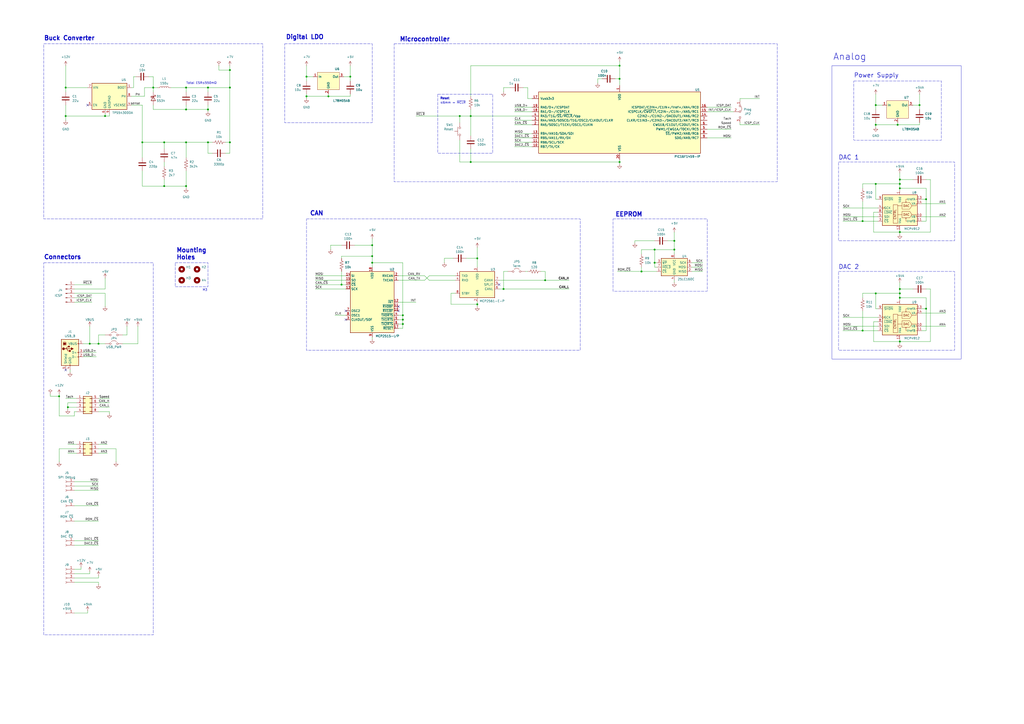
<source format=kicad_sch>
(kicad_sch (version 20250114) (generator "eeschema") (generator_version "9.0")
  (paper "A2")
  (title_block (title "CAN Gauge Interface") (date "2025-09-19") (rev "0.1") (company "Sam Anthony"))
  (rectangle (start 25.4 25.4) (end 152.4 127) (stroke (width 0) (type dash)))
  (rectangle (start 495.3 46.99) (end 546.1 81.28) (stroke (width 0) (type dash)))
  (rectangle (start 355.6 127) (end 410.21 168.91) (stroke (width 0) (type dash)))
  (rectangle (start 101.6 152.3999) (end 120.65 166.3699) (stroke (width 0) (type dash)))
  (rectangle (start 165.1 25.4) (end 215.9 71.12) (stroke (width 0) (type dash)))
  (rectangle (start 254 54.61) (end 285.75 88.9) (stroke (width 0) (type dash)))
  (rectangle (start 486.41 157.48) (end 553.72 203.2) (stroke (width 0) (type dash)))
  (rectangle (start 177.8 127) (end 336.55 203.2) (stroke (width 0) (type dash)))
  (rectangle (start 25.4 152.4) (end 88.9 368.3) (stroke (width 0) (type dash)))
  (rectangle (start 486.41 93.98) (end 553.72 139.7) (stroke (width 0) (type dash)))
  (rectangle (start 228.6 25.4) (end 450.85 105.41) (stroke (width 0) (type dash)))
  (rectangle (start 482.6 38.1) (end 557.53 208.28))
  (text "Connectors" (at 25.4 149.225 0) (effects (font (size 2.54 2.54) (thickness 0.508) (bold yes)) (justify left)))
  (text "Power Supply" (at 495.3 43.815 0) (effects (font (size 2.54 2.54) (thickness 0.254) (bold yes)) (justify left)))
  (text "Buck Converter" (at 25.4 22.225 0) (effects (font (size 2.54 2.54) (thickness 0.508) (bold yes)) (justify left)))
  (text "Total ESR≤550mΩ" (at 107.95 48.26 0) (effects (font (size 1.27 1.27)) (justify left)))
  (text "CAN" (at 179.705 123.825 0) (effects (font (size 2.54 2.54) (thickness 0.508) (bold yes)) (justify left)))
  (text "Reset" (at 255.27 57.15 0) (effects (font (size 1.27 1.27) (thickness 0.254) (bold yes)) (justify left)))
  (text "Mounting\nHoles" (at 102.235 147.3199 0) (effects (font (size 2.54 2.54) (thickness 0.508) (bold yes)) (justify left)))
  (text "M3\n" (at 117.475 168.2749 0) (effects (font (size 1.27 1.27)) (justify left)))
  (text "EEPROM" (at 356.87 124.46 0) (effects (font (size 2.54 2.54) (thickness 0.508) (bold yes)) (justify left)))
  (text "Digital LDO" (at 165.735 21.59 0) (effects (font (size 2.54 2.54) (thickness 0.508) (bold yes)) (justify left)))
  (text "≤6mm ↔ ~{MCLR}" (at 255.27 59.69 0) (effects (font (size 1.27 1.27)) (justify left)))
  (text "DAC 1" (at 486.41 91.44 0) (effects (font (size 2.54 2.54) (thickness 0.254) (bold yes)) (justify left)))
  (text "Microcontroller" (at 231.775 22.86 0) (effects (font (size 2.54 2.54) (thickness 0.508) (bold yes)) (justify left)))
  (text "Analog" (at 483.235 33.02 0) (effects (font (size 3.81 3.81) (thickness 0.254) (bold yes)) (justify left)))
  (text "DAC 2" (at 486.41 154.94 0) (effects (font (size 2.54 2.54) (thickness 0.254) (bold yes)) (justify left)))
  (junction (at 38.1 50.8))
  (junction (at 120.65 50.8))
  (junction (at 39.37 236.22))
  (junction (at 521.97 170.18))
  (junction (at 120.65 63.5))
  (junction (at 521.97 172.72))
  (junction (at 391.16 144.78))
  (junction (at 521.97 104.14))
  (junction (at 233.68 185.42))
  (junction (at 533.4 60.96))
  (junction (at 508 170.18))
  (junction (at 391.16 139.7))
  (junction (at 537.21 115.57))
  (junction (at 60.96 67.31))
  (junction (at 500.38 191.77))
  (junction (at 107.95 82.55))
  (junction (at 34.29 229.87))
  (junction (at 359.41 38.1))
  (junction (at 203.2 44.45))
  (junction (at 107.95 63.5))
  (junction (at 273.05 93.98))
  (junction (at 177.8 55.88))
  (junction (at 233.68 182.88))
  (junction (at 359.41 45.72))
  (junction (at 120.65 82.55))
  (junction (at 266.7 67.31))
  (junction (at 500.38 128.27))
  (junction (at 88.9 50.8))
  (junction (at 521.97 134.62))
  (junction (at 95.25 107.95))
  (junction (at 82.55 82.55))
  (junction (at 38.1 67.31))
  (junction (at 359.41 93.98))
  (junction (at 107.95 107.95))
  (junction (at 215.9 142.24))
  (junction (at 521.97 106.68))
  (junction (at 521.97 198.12))
  (junction (at 537.21 179.07))
  (junction (at 95.25 82.55))
  (junction (at 276.86 176.53))
  (junction (at 133.35 40.64))
  (junction (at 508 60.96))
  (junction (at 215.9 152.4))
  (junction (at 57.15 199.39))
  (junction (at 276.86 149.86))
  (junction (at 52.07 199.39))
  (junction (at 316.23 162.56))
  (junction (at 379.73 152.4))
  (junction (at 133.35 50.8))
  (junction (at 521.97 167.64))
  (junction (at 372.11 157.48))
  (junction (at 215.9 148.59))
  (junction (at 508 106.68))
  (junction (at 190.5 55.88))
  (junction (at 198.12 165.1))
  (junction (at 508 72.39))
  (junction (at 379.73 144.78))
  (junction (at 133.35 82.55))
  (junction (at 520.7 72.39))
  (junction (at 521.97 109.22))
  (junction (at 177.8 44.45))
  (junction (at 107.95 50.8))
  (junction (at 273.05 67.31))
  (junction (at 233.68 187.96))
  (junction (at 292.1 167.64))
  (no_connect (at 231.14 177.8))
  (no_connect (at 38.1 214.63))
  (no_connect (at 200.66 185.42))
  (no_connect (at 50.8 60.96))
  (no_connect (at 289.56 165.1))
  (no_connect (at 200.66 180.34))
  (no_connect (at 231.14 180.34))
  (wire (pts (xy 231.14 162.56) (xy 246.38 162.56)))
  (wire (pts (xy 203.2 55.88) (xy 203.2 54.61)))
  (wire (pts (xy 215.9 142.24) (xy 215.9 148.59)))
  (wire (pts (xy 57.15 199.39) (xy 60.96 199.39)))
  (wire (pts (xy 506.73 186.69) (xy 509.27 186.69)))
  (wire (pts (xy 292.1 157.48) (xy 294.64 157.48)))
  (wire (pts (xy 44.45 260.35) (xy 34.29 260.35)))
  (wire (pts (xy 48.26 204.47) (xy 55.88 204.47)))
  (wire (pts (xy 233.68 187.96) (xy 233.68 185.42)))
  (wire (pts (xy 506.73 123.19) (xy 509.27 123.19)))
  (wire (pts (xy 231.14 187.96) (xy 233.68 187.96)))
  (wire (pts (xy 57.15 194.31) (xy 57.15 199.39)))
  (wire (pts (xy 289.56 167.64) (xy 292.1 167.64)))
  (wire (pts (xy 273.05 55.88) (xy 273.05 38.1)))
  (wire (pts (xy 266.7 67.31) (xy 266.7 71.12)))
  (wire (pts (xy 521.97 172.72) (xy 521.97 173.99)))
  (wire (pts (xy 215.9 195.58) (xy 215.9 196.85)))
  (wire (pts (xy 60.96 167.64) (xy 60.96 161.29)))
  (wire (pts (xy 266.7 67.31) (xy 273.05 67.31)))
  (wire (pts (xy 381 152.4) (xy 379.73 152.4)))
  (wire (pts (xy 508 71.12) (xy 508 72.39)))
  (wire (pts (xy 38.1 38.1) (xy 38.1 50.8)))
  (wire (pts (xy 262.89 149.86) (xy 257.81 149.86)))
  (wire (pts (xy 508 179.07) (xy 508 170.18)))
  (wire (pts (xy 177.8 55.88) (xy 190.5 55.88)))
  (wire (pts (xy 500.38 191.77) (xy 509.27 191.77)))
  (wire (pts (xy 372.11 144.78) (xy 379.73 144.78)))
  (wire (pts (xy 534.67 128.27) (xy 537.21 128.27)))
  (wire (pts (xy 488.95 184.15) (xy 509.27 184.15)))
  (wire (pts (xy 120.65 50.8) (xy 133.35 50.8)))
  (wire (pts (xy 521.97 196.85) (xy 521.97 198.12)))
  (wire (pts (xy 82.55 91.44) (xy 82.55 82.55)))
  (wire (pts (xy 233.68 185.42) (xy 233.68 182.88)))
  (wire (pts (xy 123.19 82.55) (xy 120.65 82.55)))
  (wire (pts (xy 521.97 198.12) (xy 521.97 199.39)))
  (wire (pts (xy 537.21 172.72) (xy 521.97 172.72)))
  (wire (pts (xy 410.21 64.77) (xy 425.45 64.77)))
  (wire (pts (xy 34.29 241.3) (xy 34.29 229.87)))
  (wire (pts (xy 198.12 165.1) (xy 198.12 157.48)))
  (wire (pts (xy 57.15 260.35) (xy 67.31 260.35)))
  (wire (pts (xy 52.07 332.74) (xy 52.07 331.47)))
  (wire (pts (xy 203.2 46.99) (xy 203.2 44.45)))
  (wire (pts (xy 39.37 236.22) (xy 39.37 237.49)))
  (wire (pts (xy 38.1 50.8) (xy 38.1 53.34)))
  (wire (pts (xy 43.18 293.37) (xy 57.15 293.37)))
  (wire (pts (xy 57.15 233.68) (xy 63.5 233.68)))
  (wire (pts (xy 298.45 82.55) (xy 308.61 82.55)))
  (wire (pts (xy 506.73 134.62) (xy 521.97 134.62)))
  (wire (pts (xy 82.55 60.96) (xy 82.55 82.55)))
  (wire (pts (xy 534.67 181.61) (xy 548.64 181.61)))
  (wire (pts (xy 203.2 44.45) (xy 199.39 44.45)))
  (wire (pts (xy 539.75 134.62) (xy 521.97 134.62)))
  (wire (pts (xy 182.88 165.1) (xy 198.12 165.1)))
  (wire (pts (xy 511.81 60.96) (xy 508 60.96)))
  (wire (pts (xy 43.18 302.26) (xy 57.15 302.26)))
  (wire (pts (xy 429.26 71.12) (xy 429.26 72.39)))
  (wire (pts (xy 95.25 93.98) (xy 95.25 96.52)))
  (wire (pts (xy 509.27 115.57) (xy 508 115.57)))
  (wire (pts (xy 508 72.39) (xy 520.7 72.39)))
  (wire (pts (xy 534.67 118.11) (xy 548.64 118.11)))
  (wire (pts (xy 88.9 63.5) (xy 107.95 63.5)))
  (wire (pts (xy 298.45 69.85) (xy 308.61 69.85)))
  (wire (pts (xy 182.88 160.02) (xy 200.66 160.02)))
  (wire (pts (xy 537.21 109.22) (xy 537.21 115.57)))
  (wire (pts (xy 410.21 62.23) (xy 424.18 62.23)))
  (wire (pts (xy 508 106.68) (xy 521.97 106.68)))
  (wire (pts (xy 410.21 74.93) (xy 424.18 74.93)))
  (wire (pts (xy 508 115.57) (xy 508 106.68)))
  (wire (pts (xy 537.21 172.72) (xy 537.21 179.07)))
  (wire (pts (xy 194.31 182.88) (xy 200.66 182.88)))
  (wire (pts (xy 46.99 330.2) (xy 46.99 328.93)))
  (wire (pts (xy 488.95 189.23) (xy 509.27 189.23)))
  (wire (pts (xy 203.2 38.1) (xy 203.2 44.45)))
  (wire (pts (xy 520.7 72.39) (xy 520.7 71.12)))
  (wire (pts (xy 372.11 147.32) (xy 372.11 144.78)))
  (wire (pts (xy 177.8 54.61) (xy 177.8 55.88)))
  (wire (pts (xy 359.41 45.72) (xy 356.87 45.72)))
  (wire (pts (xy 57.15 236.22) (xy 63.5 236.22)))
  (wire (pts (xy 359.41 49.53) (xy 359.41 45.72)))
  (wire (pts (xy 215.9 148.59) (xy 215.9 152.4)))
  (wire (pts (xy 82.55 107.95) (xy 95.25 107.95)))
  (wire (pts (xy 107.95 82.55) (xy 95.25 82.55)))
  (wire (pts (xy 241.3 67.31) (xy 266.7 67.31)))
  (wire (pts (xy 429.26 58.42) (xy 429.26 57.15)))
  (wire (pts (xy 521.97 167.64) (xy 521.97 170.18)))
  (wire (pts (xy 71.12 199.39) (xy 80.01 199.39)))
  (wire (pts (xy 506.73 134.62) (xy 506.73 123.19)))
  (wire (pts (xy 107.95 82.55) (xy 107.95 91.44)))
  (wire (pts (xy 534.67 189.23) (xy 548.64 189.23)))
  (wire (pts (xy 50.8 355.6) (xy 50.8 354.33)))
  (wire (pts (xy 43.18 165.1) (xy 53.34 165.1)))
  (wire (pts (xy 191.77 142.24) (xy 191.77 144.78)))
  (wire (pts (xy 120.65 82.55) (xy 107.95 82.55)))
  (wire (pts (xy 57.15 238.76) (xy 63.5 238.76)))
  (wire (pts (xy 39.37 236.22) (xy 44.45 236.22)))
  (wire (pts (xy 521.97 163.83) (xy 521.97 167.64)))
  (wire (pts (xy 539.75 167.64) (xy 539.75 198.12)))
  (wire (pts (xy 133.35 50.8) (xy 133.35 82.55)))
  (wire (pts (xy 60.96 170.18) (xy 60.96 177.8)))
  (wire (pts (xy 308.61 57.15) (xy 306.07 57.15)))
  (wire (pts (xy 539.75 104.14) (xy 539.75 134.62)))
  (wire (pts (xy 379.73 154.94) (xy 379.73 152.4)))
  (wire (pts (xy 537.21 109.22) (xy 521.97 109.22)))
  (wire (pts (xy 44.45 233.68) (xy 39.37 233.68)))
  (wire (pts (xy 57.15 337.82) (xy 57.15 339.09)))
  (wire (pts (xy 379.73 144.78) (xy 391.16 144.78)))
  (wire (pts (xy 177.8 55.88) (xy 177.8 57.15)))
  (wire (pts (xy 372.11 157.48) (xy 372.11 154.94)))
  (wire (pts (xy 67.31 260.35) (xy 67.31 267.97)))
  (wire (pts (xy 38.1 67.31) (xy 38.1 69.85)))
  (wire (pts (xy 391.16 139.7) (xy 391.16 144.78)))
  (wire (pts (xy 401.32 157.48) (xy 407.67 157.48)))
  (wire (pts (xy 306.07 50.8) (xy 303.53 50.8)))
  (wire (pts (xy 533.4 54.61) (xy 533.4 60.96)))
  (wire (pts (xy 107.95 50.8) (xy 120.65 50.8)))
  (wire (pts (xy 88.9 44.45) (xy 88.9 50.8)))
  (wire (pts (xy 270.51 149.86) (xy 276.86 149.86)))
  (wire (pts (xy 76.2 60.96) (xy 82.55 60.96)))
  (wire (pts (xy 88.9 60.96) (xy 88.9 63.5)))
  (wire (pts (xy 410.21 80.01) (xy 424.18 80.01)))
  (wire (pts (xy 198.12 149.86) (xy 198.12 148.59)))
  (wire (pts (xy 306.07 57.15) (xy 306.07 50.8)))
  (wire (pts (xy 107.95 63.5) (xy 120.65 63.5)))
  (wire (pts (xy 429.26 57.15) (xy 440.69 57.15)))
  (wire (pts (xy 190.5 55.88) (xy 190.5 54.61)))
  (wire (pts (xy 292.1 50.8) (xy 292.1 53.34)))
  (wire (pts (xy 57.15 262.89) (xy 62.23 262.89)))
  (wire (pts (xy 500.38 106.68) (xy 508 106.68)))
  (wire (pts (xy 99.06 50.8) (xy 107.95 50.8)))
  (wire (pts (xy 44.45 238.76) (xy 43.18 238.76)))
  (wire (pts (xy 107.95 60.96) (xy 107.95 63.5)))
  (wire (pts (xy 88.9 53.34) (xy 88.9 50.8)))
  (wire (pts (xy 257.81 149.86) (xy 257.81 152.4)))
  (wire (pts (xy 316.23 157.48) (xy 316.23 162.56)))
  (wire (pts (xy 39.37 257.81) (xy 44.45 257.81)))
  (wire (pts (xy 120.65 82.55) (xy 120.65 88.9)))
  (wire (pts (xy 43.18 335.28) (xy 57.15 335.28)))
  (wire (pts (xy 298.45 80.01) (xy 308.61 80.01)))
  (wire (pts (xy 107.95 107.95) (xy 107.95 109.22)))
  (wire (pts (xy 63.5 238.76) (xy 63.5 240.03)))
  (wire (pts (xy 133.35 82.55) (xy 133.35 88.9)))
  (wire (pts (xy 233.68 152.4) (xy 233.68 182.88)))
  (wire (pts (xy 298.45 85.09) (xy 308.61 85.09)))
  (wire (pts (xy 95.25 107.95) (xy 107.95 107.95)))
  (wire (pts (xy 43.18 316.23) (xy 57.15 316.23)))
  (wire (pts (xy 127 40.64) (xy 133.35 40.64)))
  (wire (pts (xy 233.68 152.4) (xy 215.9 152.4)))
  (wire (pts (xy 120.65 50.8) (xy 120.65 53.34)))
  (wire (pts (xy 521.97 109.22) (xy 521.97 110.49)))
  (wire (pts (xy 298.45 77.47) (xy 308.61 77.47)))
  (wire (pts (xy 200.66 165.1) (xy 198.12 165.1)))
  (wire (pts (xy 316.23 162.56) (xy 330.2 162.56)))
  (wire (pts (xy 539.75 198.12) (xy 521.97 198.12)))
  (wire (pts (xy 198.12 148.59) (xy 215.9 148.59)))
  (wire (pts (xy 29.21 228.6) (xy 29.21 229.87)))
  (wire (pts (xy 120.65 63.5) (xy 120.65 60.96)))
  (wire (pts (xy 298.45 72.39) (xy 308.61 72.39)))
  (wire (pts (xy 107.95 107.95) (xy 107.95 99.06)))
  (wire (pts (xy 177.8 38.1) (xy 177.8 44.45)))
  (wire (pts (xy 60.96 194.31) (xy 57.15 194.31)))
  (wire (pts (xy 537.21 179.07) (xy 537.21 191.77)))
  (wire (pts (xy 521.97 100.33) (xy 521.97 104.14)))
  (wire (pts (xy 231.14 190.5) (xy 233.68 190.5)))
  (wire (pts (xy 29.21 229.87) (xy 34.29 229.87)))
  (wire (pts (xy 304.8 157.48) (xy 306.07 157.48)))
  (wire (pts (xy 358.14 157.48) (xy 372.11 157.48)))
  (wire (pts (xy 107.95 50.8) (xy 107.95 53.34)))
  (wire (pts (xy 506.73 198.12) (xy 521.97 198.12)))
  (wire (pts (xy 295.91 50.8) (xy 292.1 50.8)))
  (wire (pts (xy 521.97 104.14) (xy 529.59 104.14)))
  (wire (pts (xy 43.18 284.48) (xy 57.15 284.48)))
  (wire (pts (xy 43.18 281.94) (xy 57.15 281.94)))
  (wire (pts (xy 521.97 170.18) (xy 521.97 172.72)))
  (wire (pts (xy 500.38 172.72) (xy 500.38 170.18)))
  (wire (pts (xy 43.18 238.76) (xy 43.18 241.3)))
  (wire (pts (xy 57.15 231.14) (xy 63.5 231.14)))
  (wire (pts (xy 60.96 67.31) (xy 60.96 66.04)))
  (wire (pts (xy 43.18 241.3) (xy 34.29 241.3)))
  (wire (pts (xy 133.35 40.64) (xy 133.35 50.8)))
  (wire (pts (xy 82.55 82.55) (xy 95.25 82.55)))
  (wire (pts (xy 534.67 179.07) (xy 537.21 179.07)))
  (wire (pts (xy 48.26 199.39) (xy 52.07 199.39)))
  (wire (pts (xy 500.38 170.18) (xy 508 170.18)))
  (wire (pts (xy 298.45 64.77) (xy 308.61 64.77)))
  (wire (pts (xy 500.38 128.27) (xy 509.27 128.27)))
  (wire (pts (xy 359.41 38.1) (xy 359.41 45.72)))
  (wire (pts (xy 401.32 154.94) (xy 407.67 154.94)))
  (wire (pts (xy 120.65 63.5) (xy 120.65 64.77)))
  (wire (pts (xy 521.97 106.68) (xy 521.97 109.22)))
  (wire (pts (xy 57.15 257.81) (xy 62.23 257.81)))
  (wire (pts (xy 359.41 93.98) (xy 359.41 95.25)))
  (wire (pts (xy 273.05 93.98) (xy 273.05 86.36)))
  (wire (pts (xy 76.2 50.8) (xy 77.47 50.8)))
  (wire (pts (xy 508 170.18) (xy 521.97 170.18)))
  (wire (pts (xy 276.86 176.53) (xy 276.86 177.8)))
  (wire (pts (xy 248.92 160.02) (xy 246.38 162.56)))
  (wire (pts (xy 273.05 93.98) (xy 266.7 93.98)))
  (wire (pts (xy 73.66 194.31) (xy 73.66 189.23)))
  (wire (pts (xy 38.1 60.96) (xy 38.1 67.31)))
  (wire (pts (xy 43.18 332.74) (xy 52.07 332.74)))
  (wire (pts (xy 57.15 335.28) (xy 57.15 334.01)))
  (wire (pts (xy 39.37 233.68) (xy 39.37 236.22)))
  (wire (pts (xy 500.38 116.84) (xy 500.38 128.27)))
  (wire (pts (xy 346.71 45.72) (xy 349.25 45.72)))
  (wire (pts (xy 391.16 162.56) (xy 391.16 163.83)))
  (wire (pts (xy 34.29 260.35) (xy 34.29 267.97)))
  (wire (pts (xy 38.1 231.14) (xy 44.45 231.14)))
  (wire (pts (xy 231.14 182.88) (xy 233.68 182.88)))
  (wire (pts (xy 130.81 82.55) (xy 133.35 82.55)))
  (wire (pts (xy 391.16 144.78) (xy 391.16 147.32)))
  (wire (pts (xy 379.73 144.78) (xy 379.73 152.4)))
  (wire (pts (xy 266.7 93.98) (xy 266.7 81.28)))
  (wire (pts (xy 88.9 50.8) (xy 91.44 50.8)))
  (wire (pts (xy 521.97 134.62) (xy 521.97 135.89)))
  (wire (pts (xy 43.18 337.82) (xy 57.15 337.82)))
  (wire (pts (xy 508 60.96) (xy 508 63.5)))
  (wire (pts (xy 313.69 157.48) (xy 316.23 157.48)))
  (wire (pts (xy 488.95 191.77) (xy 500.38 191.77)))
  (wire (pts (xy 276.86 175.26) (xy 276.86 176.53)))
  (wire (pts (xy 43.18 313.69) (xy 57.15 313.69)))
  (wire (pts (xy 63.5 66.04) (xy 63.5 67.31)))
  (wire (pts (xy 508 72.39) (xy 508 73.66)))
  (wire (pts (xy 506.73 198.12) (xy 506.73 186.69)))
  (wire (pts (xy 429.26 72.39) (xy 440.69 72.39)))
  (wire (pts (xy 292.1 167.64) (xy 292.1 157.48)))
  (wire (pts (xy 508 54.61) (xy 508 60.96)))
  (wire (pts (xy 182.88 167.64) (xy 200.66 167.64)))
  (wire (pts (xy 43.18 355.6) (xy 50.8 355.6)))
  (wire (pts (xy 133.35 88.9) (xy 130.81 88.9)))
  (wire (pts (xy 52.07 199.39) (xy 57.15 199.39)))
  (wire (pts (xy 387.35 139.7) (xy 391.16 139.7)))
  (wire (pts (xy 391.16 134.62) (xy 391.16 139.7)))
  (wire (pts (xy 537.21 104.14) (xy 539.75 104.14)))
  (wire (pts (xy 273.05 67.31) (xy 308.61 67.31)))
  (wire (pts (xy 198.12 142.24) (xy 191.77 142.24)))
  (wire (pts (xy 261.62 170.18) (xy 264.16 170.18)))
  (wire (pts (xy 215.9 138.43) (xy 215.9 142.24)))
  (wire (pts (xy 273.05 38.1) (xy 359.41 38.1)))
  (wire (pts (xy 521.97 104.14) (xy 521.97 106.68)))
  (wire (pts (xy 43.18 167.64) (xy 60.96 167.64)))
  (wire (pts (xy 534.67 115.57) (xy 537.21 115.57)))
  (wire (pts (xy 289.56 162.56) (xy 316.23 162.56)))
  (wire (pts (xy 359.41 92.71) (xy 359.41 93.98)))
  (wire (pts (xy 95.25 104.14) (xy 95.25 107.95)))
  (wire (pts (xy 77.47 44.45) (xy 78.74 44.45)))
  (wire (pts (xy 77.47 50.8) (xy 77.47 44.45)))
  (wire (pts (xy 133.35 38.1) (xy 133.35 40.64)))
  (wire (pts (xy 83.82 50.8) (xy 88.9 50.8)))
  (wire (pts (xy 533.4 72.39) (xy 533.4 71.12)))
  (wire (pts (xy 76.2 55.88) (xy 83.82 55.88)))
  (wire (pts (xy 82.55 99.06) (xy 82.55 107.95)))
  (wire (pts (xy 43.18 170.18) (xy 60.96 170.18)))
  (wire (pts (xy 52.07 189.23) (xy 52.07 199.39)))
  (wire (pts (xy 177.8 44.45) (xy 177.8 46.99)))
  (wire (pts (xy 120.65 88.9) (xy 123.19 88.9)))
  (wire (pts (xy 215.9 152.4) (xy 215.9 154.94)))
  (wire (pts (xy 401.32 152.4) (xy 407.67 152.4)))
  (wire (pts (xy 190.5 55.88) (xy 203.2 55.88)))
  (wire (pts (xy 48.26 207.01) (xy 55.88 207.01)))
  (wire (pts (xy 261.62 176.53) (xy 261.62 170.18)))
  (wire (pts (xy 34.29 229.87) (xy 34.29 228.6)))
  (wire (pts (xy 63.5 67.31) (xy 60.96 67.31)))
  (wire (pts (xy 43.18 175.26) (xy 53.34 175.26)))
  (wire (pts (xy 181.61 44.45) (xy 177.8 44.45)))
  (wire (pts (xy 381 154.94) (xy 379.73 154.94)))
  (wire (pts (xy 534.67 125.73) (xy 548.64 125.73)))
  (wire (pts (xy 205.74 142.24) (xy 215.9 142.24)))
  (wire (pts (xy 231.14 160.02) (xy 246.38 160.02)))
  (wire (pts (xy 500.38 109.22) (xy 500.38 106.68)))
  (wire (pts (xy 80.01 199.39) (xy 80.01 189.23)))
  (wire (pts (xy 500.38 180.34) (xy 500.38 191.77)))
  (wire (pts (xy 276.86 176.53) (xy 261.62 176.53)))
  (wire (pts (xy 40.64 214.63) (xy 40.64 215.9)))
  (wire (pts (xy 346.71 48.26) (xy 346.71 45.72)))
  (wire (pts (xy 534.67 191.77) (xy 537.21 191.77)))
  (wire (pts (xy 43.18 279.4) (xy 57.15 279.4)))
  (wire (pts (xy 488.95 128.27) (xy 500.38 128.27)))
  (wire (pts (xy 368.3 139.7) (xy 368.3 140.97)))
  (wire (pts (xy 60.96 67.31) (xy 38.1 67.31)))
  (wire (pts (xy 368.3 139.7) (xy 379.73 139.7)))
  (wire (pts (xy 38.1 50.8) (xy 50.8 50.8)))
  (wire (pts (xy 509.27 179.07) (xy 508 179.07)))
  (wire (pts (xy 359.41 35.56) (xy 359.41 38.1)))
  (wire (pts (xy 276.86 143.51) (xy 276.86 149.86)))
  (wire (pts (xy 381 157.48) (xy 372.11 157.48)))
  (wire (pts (xy 83.82 55.88) (xy 83.82 50.8)))
  (wire (pts (xy 233.68 190.5) (xy 233.68 187.96)))
  (wire (pts (xy 537.21 167.64) (xy 539.75 167.64)))
  (wire (pts (xy 521.97 167.64) (xy 529.59 167.64)))
  (wire (pts (xy 488.95 125.73) (xy 509.27 125.73)))
  (wire (pts (xy 292.1 167.64) (xy 330.2 167.64)))
  (wire (pts (xy 231.14 175.26) (xy 241.3 175.26)))
  (wire (pts (xy 39.37 262.89) (xy 44.45 262.89)))
  (wire (pts (xy 231.14 185.42) (xy 233.68 185.42)))
  (wire (pts (xy 521.97 133.35) (xy 521.97 134.62)))
  (wire (pts (xy 298.45 62.23) (xy 308.61 62.23)))
  (wire (pts (xy 71.12 194.31) (xy 73.66 194.31)))
  (wire (pts (xy 248.92 162.56) (xy 264.16 162.56)))
  (wire (pts (xy 488.95 120.65) (xy 509.27 120.65)))
  (wire (pts (xy 182.88 162.56) (xy 200.66 162.56)))
  (wire (pts (xy 533.4 63.5) (xy 533.4 60.96)))
  (wire (pts (xy 248.92 160.02) (xy 264.16 160.02)))
  (wire (pts (xy 246.38 160.02) (xy 248.92 162.56)))
  (wire (pts (xy 43.18 330.2) (xy 46.99 330.2)))
  (wire (pts (xy 273.05 67.31) (xy 273.05 78.74)))
  (wire (pts (xy 537.21 115.57) (xy 537.21 128.27)))
  (wire (pts (xy 273.05 63.5) (xy 273.05 67.31)))
  (wire (pts (xy 43.18 172.72) (xy 53.34 172.72)))
  (wire (pts (xy 127 38.1) (xy 127 40.64)))
  (wire (pts (xy 86.36 44.45) (xy 88.9 44.45)))
  (wire (pts (xy 359.41 93.98) (xy 273.05 93.98)))
  (wire (pts (xy 520.7 72.39) (xy 533.4 72.39)))
  (wire (pts (xy 276.86 149.86) (xy 276.86 154.94)))
  (wire (pts (xy 95.25 82.55) (xy 95.25 86.36)))
  (wire (pts (xy 533.4 60.96) (xy 529.59 60.96)))
  (label "DAC1_~{CS}" (at 488.95 128.27 0))
  (label "MISO" (at 57.15 284.48 180))
  (label "CAN_H" (at 330.2 162.56 180) (effects (font (thickness 0.254) (bold yes))))
  (label "SCK" (at 407.67 152.4 180) (effects (font (thickness 0.1588))))
  (label "Speed" (at 63.5 231.14 180) (effects (font (thickness 0.1588))))
  (label "CLK" (at 298.45 69.85 0))
  (label "MOSI" (at 424.18 80.01 180) (effects (font (thickness 0.1588))))
  (label "ICSP_DAT" (at 424.18 62.23 180))
  (label "CAN_L" (at 63.5 236.22 180))
  (label "ROM_~{CS}" (at 358.14 157.48 0) (effects (font (thickness 0.1588))))
  (label "MOSI" (at 182.88 160.02 0) (effects (font (thickness 0.1588))))
  (label "DAC1_~{CS}" (at 298.45 80.01 0))
  (label "AN3" (at 62.23 262.89 180) (effects (font (thickness 0.1588))))
  (label "Speed" (at 424.18 72.39 180))
  (label "AN1" (at 548.64 118.11 180))
  (label "CAN_~{CS}" (at 298.45 72.39 0))
  (label "CAN_~{CS}" (at 57.15 293.37 180))
  (label "sense" (at 81.28 60.96 180))
  (label "INT" (at 440.69 57.15 180))
  (label "CLK" (at 194.31 182.88 0))
  (label "MISO" (at 407.67 157.48 180) (effects (font (thickness 0.1588))))
  (label "INT" (at 241.3 175.26 180) (effects (font (thickness 0.1588))))
  (label "MOSI" (at 407.67 154.94 180) (effects (font (thickness 0.1588))))
  (label "ICSP_CLK" (at 53.34 175.26 180))
  (label "AN2" (at 62.23 257.81 180) (effects (font (thickness 0.1588))))
  (label "SCK" (at 298.45 82.55 0) (effects (font (thickness 0.1588))))
  (label "Tach" (at 38.1 231.14 0) (effects (font (thickness 0.1588))))
  (label "CAN_~{CS}" (at 182.88 165.1 0) (effects (font (thickness 0.1588))))
  (label "ICSP_CLK" (at 440.69 72.39 180))
  (label "USB_D+" (at 298.45 62.23 0))
  (label "SCK" (at 488.95 184.15 0) (effects (font (thickness 0.1588))))
  (label "ROM_~{CS}" (at 57.15 302.26 180))
  (label "AN1" (at 39.37 257.81 0) (effects (font (thickness 0.1588))))
  (label "DAC2_~{CS}" (at 298.45 85.09 0))
  (label "USB_D-" (at 298.45 64.77 0))
  (label "INT{slash}ICSP_CLK" (at 424.18 64.77 180))
  (label "SCK" (at 57.15 281.94 180))
  (label "AN4" (at 39.37 262.89 0) (effects (font (thickness 0.1588))))
  (label "MOSI" (at 488.95 125.73 0))
  (label "PH" (at 81.28 55.88 180))
  (label "AN4" (at 548.64 189.23 180))
  (label "MISO" (at 182.88 162.56 0) (effects (font (thickness 0.1588))))
  (label "DAC1_~{CS}" (at 57.15 313.69 180))
  (label "MOSI" (at 57.15 279.4 180))
  (label "AN3" (at 548.64 181.61 180))
  (label "DAC2_~{CS}" (at 57.15 316.23 180))
  (label "USB_D-" (at 55.88 207.01 180))
  (label "AN2" (at 548.64 125.73 180))
  (label "USB_D+" (at 55.88 204.47 180))
  (label "SCK" (at 182.88 167.64 0) (effects (font (thickness 0.1588))))
  (label "Tach" (at 424.18 69.85 180))
  (label "ROM_~{CS}" (at 424.18 74.93 180))
  (label "ICSP_DAT" (at 53.34 172.72 180))
  (label "CAN_RX" (at 243.84 160.02 180))
  (label "~{MCLR}" (at 53.34 165.1 180))
  (label "MISO" (at 298.45 77.47 0) (effects (font (thickness 0.1588))))
  (label "~{MCLR}" (at 241.3 67.31 0))
  (label "MOSI" (at 488.95 189.23 0))
  (label "CAN_L" (at 330.2 167.64 180) (effects (font (thickness 0.254) (bold yes))))
  (label "SCK" (at 488.95 120.65 0) (effects (font (thickness 0.1588))))
  (label "DAC2_~{CS}" (at 488.95 191.77 0))
  (label "CAN_TX" (at 243.84 162.56 180))
  (label "CAN_H" (at 63.5 233.68 180) (effects (font (thickness 0.1588))))
  (symbol (lib_id "power:GND") (at 107.95 109.22 0) (unit 1)
    (property "Reference" "#PWR012" (effects (hide yes)))
    (property "Value" "GND" (at 107.95 114.3 0))
    (property "Description" "Power symbol creates a global label with name \"GND\" , ground" (effects (hide yes)))
  )
  (symbol (lib_id "power:GND") (at 215.9 196.85 0) (unit 1)
    (property "Reference" "#PWR028" (effects (hide yes)))
    (property "Value" "GND" (effects (hide yes)))
    (property "Description" "Power symbol creates a global label with name \"GND\" , ground" (effects (hide yes)))
  )
  (symbol (lib_id "Device:C") (at 107.95 57.15 0) (unit 1)
    (property "Reference" "C3" (at 111.125 55.88 0) (effects (justify left)))
    (property "Value" "22u" (at 111.125 58.42 0) (effects (justify left)))
    (property "Footprint" "Capacitor_SMD:C_1206_3216Metric" (effects (hide yes)))
    (property "Description" "Unpolarized capacitor" (effects (hide yes)))
  )
  (symbol (lib_id "power:GND") (at 120.65 64.77 0) (unit 1)
    (property "Reference" "#PWR04" (effects (hide yes)))
    (property "Value" "GND" (at 120.65 69.85 0))
    (property "Description" "Power symbol creates a global label with name \"GND\" , ground" (effects (hide yes)))
  )
  (symbol (lib_id "Device:C") (at 95.25 90.17 0) (unit 1)
    (property "Reference" "C7" (at 99.06 88.8999 0) (effects (justify left)))
    (property "Value" "47n" (at 99.06 91.4399 0) (effects (justify left)))
    (property "Footprint" "Capacitor_SMD:C_0805_2012Metric" (effects (hide yes)))
    (property "Description" "Unpolarized capacitor" (effects (hide yes)))
  )
  (symbol (lib_id "power:GND") (at 57.15 339.09 0) (unit 1)
    (property "Reference" "#PWR039" (effects (hide yes)))
    (property "Value" "GND" (effects (hide yes)))
    (property "Description" "Power symbol creates a global label with name \"GND\" , ground" (effects (hide yes)))
  )
  (symbol (lib_id "power:+7.5V") (at 52.07 331.47 0) (unit 1)
    (property "Reference" "#PWR013" (effects (hide yes)))
    (property "Value" "+7V" (at 52.07 326.39 0))
    (property "Description" "Power symbol creates a global label with name \"+7.5V\"" (effects (hide yes)))
  )
  (symbol (lib_id "power:+12V") (at 34.29 228.6 0) (unit 1)
    (property "Reference" "#PWR029" (effects (hide yes)))
    (property "Value" "+12V" (at 34.29 223.52 0))
    (property "Description" "Power symbol creates a global label with name \"+12V\"" (effects (hide yes)))
  )
  (symbol (lib_id "power:GND") (at 508 73.66 0) (unit 1)
    (property "Reference" "#PWR046" (effects (hide yes)))
    (property "Value" "GND" (at 508 78.74 0))
    (property "Description" "Power symbol creates a global label with name \"GND\" , ground" (effects (hide yes)))
  )
  (symbol (lib_id "power:GND") (at 63.5 240.03 0) (unit 1)
    (property "Reference" "#PWR033" (effects (hide yes)))
    (property "Value" "GND" (effects (hide yes)))
    (property "Description" "Power symbol creates a global label with name \"GND\" , ground" (effects (hide yes)))
  )
  (symbol (lib_id "power:+5V") (at 203.2 38.1 0) (unit 1)
    (property "Reference" "#PWR044" (effects (hide yes)))
    (property "Value" "+5V" (at 203.2 33.02 0))
    (property "Description" "Power symbol creates a global label with name \"+5V\"" (effects (hide yes)))
  )
  (symbol (lib_id "Device:C") (at 383.54 139.7 90) (unit 1)
    (property "Reference" "C15" (at 383.54 133.35 90))
    (property "Value" "100n" (at 383.54 135.89 90))
    (property "Footprint" "Capacitor_THT:C_Disc_D5.0mm_W2.5mm_P2.50mm" (effects (hide yes)))
    (property "Description" "Unpolarized capacitor" (effects (hide yes)))
  )
  (symbol (lib_id "power:+7.5V") (at 177.8 38.1 0) (unit 1)
    (property "Reference" "#PWR043" (effects (hide yes)))
    (property "Value" "+7V" (at 177.8 33.02 0))
    (property "Description" "Power symbol creates a global label with name \"+7.5V\"" (effects (hide yes)))
  )
  (symbol (lib_id "Device:C") (at 266.7 149.86 90) (unit 1)
    (property "Reference" "C14" (at 266.7 143.51 90))
    (property "Value" "100n" (at 266.7 146.05 90))
    (property "Footprint" "Capacitor_THT:C_Disc_D5.0mm_W2.5mm_P2.50mm" (effects (hide yes)))
    (property "Description" "Unpolarized capacitor" (effects (hide yes)))
  )
  (symbol (lib_id "Device:C") (at 38.1 57.15 0) (unit 1)
    (property "Reference" "C1" (at 41.91 55.8799 0) (effects (justify left)))
    (property "Value" "22u" (at 41.91 58.4199 0) (effects (justify left)))
    (property "Footprint" "Capacitor_SMD:C_1206_3216Metric" (effects (hide yes)))
    (property "Description" "Unpolarized capacitor" (effects (hide yes)))
  )
  (symbol (lib_id "Regulator_Switching:TPS5430DDA") (at 63.5 55.88 0) (unit 1)
    (property "Reference" "U5" (at 71.755 46.355 0))
    (property "Value" "TPS5430DDA" (at 71.12 65.405 0))
    (property "Footprint" "Package_SO:TI_SO-PowerPAD-8_ThermalVias" (effects (hide yes)))
    (property "Datasheet" "http://www.ti.com/lit/ds/symlink/tps5430.pdf" (effects (hide yes)))
    (property "Description" "3A, Step Down Swift Converter, Adjustable Output Voltage, 5.5-36V Input Voltage, PowerSO-8" (effects (hide yes)))
  )
  (symbol (lib_id "Memory_EEPROM:25LCxxx") (at 391.16 154.94 0) (unit 1)
    (property "Reference" "U4" (at 395.605 148.59 0) (effects (justify left)))
    (property "Value" "25LC160C" (at 393.065 161.925 0) (effects (justify left)))
    (property "Footprint" "Package_DIP:DIP-8_W7.62mm" (effects (hide yes)))
    (property "Datasheet" "http://ww1.microchip.com/downloads/en/DeviceDoc/21832H.pdf" (effects (hide yes)))
    (property "Description" "SPI Serial EEPROM, DIP-8/SOIC-8/TSSOP-8" (effects (hide yes)))
  )
  (symbol (lib_id "Jumper:Jumper_3_Bridged12") (at 429.26 64.77 270) (unit 1) (in_bom no)
    (property "Reference" "JP2" (at 433.705 66.04 90))
    (property "Value" "Prog" (at 433.705 63.5 90))
    (property "Footprint" "Connector_PinSocket_2.54mm:PinSocket_1x03_P2.54mm_Vertical" (effects (hide yes)))
    (property "Description" "Jumper, 3-pole, pins 1+2 closed/bridged" (effects (hide yes)))
  )
  (symbol (lib_id "power:GND") (at 521.97 135.89 0) (unit 1)
    (property "Reference" "#PWR017" (effects (hide yes)))
    (property "Value" "GND" (effects (hide yes)))
    (property "Description" "Power symbol creates a global label with name \"GND\" , ground" (effects (hide yes)))
  )
  (symbol (lib_id "power:GND") (at 521.97 199.39 0) (unit 1)
    (property "Reference" "#PWR019" (effects (hide yes)))
    (property "Value" "GND" (effects (hide yes)))
    (property "Description" "Power symbol creates a global label with name \"GND\" , ground" (effects (hide yes)))
  )
  (symbol (lib_id "power:GND") (at 359.41 95.25 0) (unit 1)
    (property "Reference" "#PWR01" (effects (hide yes)))
    (property "Value" "GND" (effects (hide yes)))
    (property "Description" "Power symbol creates a global label with name \"GND\" , ground" (effects (hide yes)))
  )
  (symbol (lib_id "Device:R_US") (at 198.12 153.67 0) (unit 1)
    (property "Reference" "R7" (at 200.025 152.4 0) (effects (justify left)))
    (property "Value" "10k" (at 200.025 154.94 0) (effects (justify left)))
    (property "Footprint" "Resistor_THT:R_Axial_DIN0207_L6.3mm_D2.5mm_P7.62mm_Horizontal" (effects (hide yes)))
    (property "Description" "Resistor, US symbol" (effects (hide yes)))
  )
  (symbol (lib_id "Device:R_US") (at 372.11 151.13 0) (unit 1)
    (property "Reference" "R9" (at 374.015 149.86 0) (effects (justify left)))
    (property "Value" "10k" (at 374.015 152.4 0) (effects (justify left)))
    (property "Footprint" "Resistor_THT:R_Axial_DIN0207_L6.3mm_D2.5mm_P7.62mm_Horizontal" (effects (hide yes)))
    (property "Description" "Resistor, US symbol" (effects (hide yes)))
  )
  (symbol (lib_id "Mechanical:MountingHole") (at 105.41 156.2099 0) (unit 1) (exclude_from_sim yes) (in_bom no)
    (property "Reference" "H1" (at 107.95 154.9398 0) (effects (justify left)))
    (property "Value" "MountingHole" (effects (hide yes)))
    (property "Footprint" "MountingHole:MountingHole_3.2mm_M3_DIN965" (effects (hide yes)))
    (property "Description" "Mounting Hole without connection" (effects (hide yes)))
  )
  (symbol (lib_id "power:GND") (at 67.31 267.97 0) (unit 1)
    (property "Reference" "#PWR035" (effects (hide yes)))
    (property "Value" "GND" (effects (hide yes)))
    (property "Description" "Power symbol creates a global label with name \"GND\" , ground" (effects (hide yes)))
  )
  (symbol (lib_id "Jumper:Jumper_2_Open") (at 66.04 194.31 0) (unit 1)
    (property "Reference" "JP3" (at 66.04 191.135 0))
    (property "Value" "USB_PWR" (effects (hide yes)))
    (property "Footprint" "Connector_PinSocket_2.54mm:PinSocket_1x02_P2.54mm_Vertical" (effects (hide yes)))
    (property "Description" "Jumper, 2-pole, open" (effects (hide yes)))
  )
  (symbol (lib_id "Jumper:Jumper_2_Open") (at 66.04 199.39 0) (unit 1)
    (property "Reference" "JP4" (at 66.04 196.215 0))
    (property "Value" "USB_PWR" (at 66.04 201.295 0))
    (property "Footprint" "Connector_PinSocket_2.54mm:PinSocket_1x02_P2.54mm_Vertical" (effects (hide yes)))
    (property "Description" "Jumper, 2-pole, open" (effects (hide yes)))
  )
  (symbol (lib_id "Device:C") (at 120.65 57.15 0) (unit 1)
    (property "Reference" "C5" (at 123.825 55.88 0) (effects (justify left)))
    (property "Value" "22u" (at 123.825 58.42 0) (effects (justify left)))
    (property "Footprint" "Capacitor_SMD:C_1206_3216Metric" (effects (hide yes)))
    (property "Description" "Unpolarized capacitor" (effects (hide yes)))
  )
  (symbol (lib_id "Device:C") (at 201.93 142.24 90) (unit 1)
    (property "Reference" "C13" (at 201.93 135.89 90))
    (property "Value" "100n" (at 201.93 138.43 90))
    (property "Footprint" "Capacitor_THT:C_Disc_D5.0mm_W2.5mm_P2.50mm" (effects (hide yes)))
    (property "Description" "Unpolarized capacitor" (effects (hide yes)))
  )
  (symbol (lib_id "power:GND") (at 177.8 57.15 0) (unit 1)
    (property "Reference" "#PWR042" (effects (hide yes)))
    (property "Value" "GND" (at 177.8 62.23 0))
    (property "Description" "Power symbol creates a global label with name \"GND\" , ground" (effects (hide yes)))
  )
  (symbol (lib_id "Device:C") (at 82.55 95.25 0) (unit 1)
    (property "Reference" "C4" (at 86.36 93.9799 0) (effects (justify left)))
    (property "Value" "220p" (at 86.36 96.5199 0) (effects (justify left)))
    (property "Footprint" "Capacitor_SMD:C_0603_1608Metric" (effects (hide yes)))
    (property "Description" "Unpolarized capacitor" (effects (hide yes)))
  )
  (symbol (lib_id "Connector:Conn_01x04_Socket") (at 38.1 332.74 0) (mirror y) (unit 1)
    (property "Reference" "J9" (at 38.735 327.66 0))
    (property "Value" "Conn_01x04_Socket" (effects (hide yes)))
    (property "Footprint" "Connector_PinSocket_2.54mm:PinSocket_1x04_P2.54mm_Vertical" (effects (hide yes)))
    (property "Description" "Generic connector, single row, 01x04, script generated" (effects (hide yes)))
  )
  (symbol (lib_id "Device:C") (at 508 67.31 0) (unit 1)
    (property "Reference" "C18" (at 504.825 66.04 0) (effects (justify right)))
    (property "Value" "10u" (at 504.825 68.58 0) (effects (justify right)))
    (property "Footprint" "Capacitor_SMD:C_1206_3216Metric" (effects (hide yes)))
    (property "Description" "Unpolarized capacitor" (effects (hide yes)))
  )
  (symbol (lib_id "Connector_Generic:Conn_02x04_Top_Bottom") (at 49.53 233.68 0) (unit 1)
    (property "Reference" "J2" (at 50.8 227.965 0))
    (property "Value" "Conn_02x04_Top_Bottom" (effects (hide yes)))
    (property "Footprint" "Connector_Molex:Molex_Mini-Fit_Jr_5569-08A2_2x04_P4.20mm_Horizontal" (effects (hide yes)))
    (property "Datasheet" "https://www.molex.com/en-us/products/part-detail/39300080?display=pdf" (effects (hide yes)))
    (property "Description" "Generic connector, double row, 02x04, top/bottom pin numbering scheme (row 1: 1...pins_per_row, row2: pins_per_row+1 ... num_pins), script generated (kicad-library-utils/schlib/autogen/connector/)" (effects (hide yes)))
  )
  (symbol (lib_id "power:GND") (at 38.1 69.85 0) (unit 1)
    (property "Reference" "#PWR06" (effects (hide yes)))
    (property "Value" "GND" (at 38.1 74.93 0))
    (property "Description" "Power symbol creates a global label with name \"GND\" , ground" (effects (hide yes)))
  )
  (symbol (lib_id "Device:C") (at 273.05 82.55 0) (unit 1)
    (property "Reference" "C12" (at 276.86 81.2799 0) (effects (justify left)))
    (property "Value" "100n" (at 276.86 83.8199 0) (effects (justify left)))
    (property "Footprint" "Capacitor_THT:C_Disc_D5.0mm_W2.5mm_P2.50mm" (effects (hide yes)))
    (property "Description" "Unpolarized capacitor" (effects (hide yes)))
  )
  (symbol (lib_id "Device:R_US") (at 127 82.55 90) (unit 1)
    (property "Reference" "R1" (at 127 76.835 90))
    (property "Value" "10k" (at 127 79.375 90))
    (property "Footprint" "Resistor_SMD:R_0805_2012Metric" (effects (hide yes)))
    (property "Description" "Resistor, US symbol" (effects (hide yes)))
  )
  (symbol (lib_id "power:+5V") (at 73.66 189.23 0) (unit 1)
    (property "Reference" "#PWR032" (effects (hide yes)))
    (property "Value" "+5V" (at 73.66 185.42 0))
    (property "Description" "Power symbol creates a global label with name \"+5V\"" (effects (hide yes)))
  )
  (symbol (lib_id "Device:C") (at 533.4 167.64 90) (unit 1)
    (property "Reference" "C17" (at 533.4 161.29 90))
    (property "Value" "100n" (at 533.4 163.83 90))
    (property "Footprint" "Capacitor_THT:C_Disc_D5.0mm_W2.5mm_P2.50mm" (effects (hide yes)))
    (property "Description" "Unpolarized capacitor" (effects (hide yes)))
  )
  (symbol (lib_id "power:+5VA") (at 533.4 54.61 0) (mirror y) (unit 1)
    (property "Reference" "#PWR022" (effects (hide yes)))
    (property "Value" "+5VA" (at 533.4 50.8 0))
    (property "Description" "Power symbol creates a global label with name \"+5VA\"" (effects (hide yes)))
  )
  (symbol (lib_id "Analog_DAC:MCP4912") (at 521.97 120.65 0) (unit 1)
    (property "Reference" "U8" (at 528.955 111.76 0) (effects (justify left)))
    (property "Value" "MCP4912" (at 524.51 132.715 0) (effects (justify left)))
    (property "Footprint" "Package_DIP:DIP-14_W7.62mm" (effects (hide yes)))
    (property "Datasheet" "http://ww1.microchip.com/downloads/en/DeviceDoc/22250A.pdf" (effects (hide yes)))
    (property "Description" "2-Channel 10-Bit D/A Converters with SPI Interface" (effects (hide yes)))
  )
  (symbol (lib_id "Device:D_Schottky") (at 88.9 57.15 270) (unit 1)
    (property "Reference" "D1" (at 90.805 55.88 90) (effects (justify left)))
    (property "Value" "SS34" (at 90.805 58.42 90) (effects (justify left)))
    (property "Footprint" "Diode_SMD:D_SMA" (effects (hide yes)))
    (property "Description" "Schottky diode" (effects (hide yes)))
  )
  (symbol (lib_id "Connector:Conn_01x01_Socket") (at 38.1 293.37 0) (mirror y) (unit 1)
    (property "Reference" "J6" (at 38.735 288.29 0))
    (property "Value" "CAN ~{CS}" (at 38.735 290.83 0))
    (property "Footprint" "Connector_PinSocket_2.54mm:PinSocket_1x01_P2.54mm_Vertical" (effects (hide yes)))
    (property "Description" "Generic connector, single row, 01x01, script generated" (effects (hide yes)))
  )
  (symbol (lib_id "Connector:USB_B") (at 40.64 204.47 0) (unit 1)
    (property "Reference" "J1" (at 40.64 192.405 0))
    (property "Value" "USB_B" (at 40.64 194.945 0))
    (property "Footprint" "Connector_USB:USB_B_Lumberg_2411_02_Horizontal" (effects (hide yes)))
    (property "Description" "USB Type B connector" (effects (hide yes)))
  )
  (symbol (lib_id "power:GND") (at 39.37 237.49 0) (unit 1)
    (property "Reference" "#PWR030" (effects (hide yes)))
    (property "Value" "GND" (effects (hide yes)))
    (property "Description" "Power symbol creates a global label with name \"GND\" , ground" (effects (hide yes)))
  )
  (symbol (lib_name "L78M05AB_1") (lib_id "symbols:L78M05AB") (at 190.5 41.91 0) (unit 1)
    (property "Reference" "U6" (at 195.58 40.005 0))
    (property "Value" "L78M05AB" (at 198.12 58.42 0))
    (property "Footprint" "Package_TO_SOT_SMD:TO-252-2" (effects (hide yes)))
    (property "Datasheet" "https://www.st.com/resource/en/datasheet/l78m05ab.pdf" (effects (hide yes)))
    (property "Description" "Precision 500 mA regulator" (effects (hide yes)))
  )
  (symbol (lib_id "Connector:Conn_01x01_Socket") (at 38.1 355.6 0) (mirror y) (unit 1)
    (property "Reference" "J10" (at 38.735 350.52 0))
    (property "Value" "+5VA" (at 38.735 353.06 0))
    (property "Footprint" "Connector_PinSocket_2.54mm:PinSocket_1x01_P2.54mm_Vertical" (effects (hide yes)))
    (property "Description" "Generic connector, single row, 01x01, script generated" (effects (hide yes)))
  )
  (symbol (lib_id "power:GND") (at 40.64 215.9 0) (unit 1)
    (property "Reference" "#PWR08" (effects (hide yes)))
    (property "Value" "GND" (effects (hide yes)))
    (property "Description" "Power symbol creates a global label with name \"GND\" , ground" (effects (hide yes)))
  )
  (symbol (lib_id "Device:C") (at 127 88.9 90) (unit 1)
    (property "Reference" "C6" (at 127 92.71 90))
    (property "Value" "3300p" (at 127 95.25 90))
    (property "Footprint" "Capacitor_SMD:C_0603_1608Metric" (effects (hide yes)))
    (property "Description" "Unpolarized capacitor" (effects (hide yes)))
  )
  (symbol (lib_id "power:PWR_FLAG") (at 127 38.1 0) (unit 1)
    (property "Reference" "#FLG02" (effects (hide yes)))
    (property "Value" "PWR_FLAG" (effects (hide yes)))
    (property "Description" "Special symbol for telling ERC where power comes from" (effects (hide yes)))
  )
  (symbol (lib_id "Connector_Generic:Conn_02x03_Top_Bottom") (at 49.53 260.35 0) (unit 1)
    (property "Reference" "J3" (at 50.8 254.635 0))
    (property "Value" "Analog" (effects (hide yes)))
    (property "Footprint" "Connector_Molex:Molex_Mini-Fit_Jr_5569-06A2_2x03_P4.20mm_Horizontal" (effects (hide yes)))
    (property "Description" "Generic connector, double row, 02x03, top/bottom pin numbering scheme (row 1: 1...pins_per_row, row2: pins_per_row+1 ... num_pins), script generated (kicad-library-utils/schlib/autogen/connector/)" (effects (hide yes)))
  )
  (symbol (lib_id "Interface_CAN_LIN:MCP2561-E-P") (at 276.86 165.1 0) (unit 1)
    (property "Reference" "U3" (at 284.48 156.21 0) (effects (justify left)))
    (property "Value" "MCP2561-E-P" (at 278.13 174.625 0) (effects (justify left)))
    (property "Footprint" "Package_DIP:DIP-8_W7.62mm" (effects (hide yes)))
    (property "Datasheet" "http://ww1.microchip.com/downloads/en/DeviceDoc/25167A.pdf" (effects (hide yes)))
    (property "Description" "High-Speed CAN Transceiver, 1Mbps, 5V supply, SPLIT pin, -40C to +125C, DIP-8" (effects (hide yes)))
  )
  (symbol (lib_id "Connector:Conn_01x03_Socket") (at 38.1 281.94 0) (mirror y) (unit 1)
    (property "Reference" "J5" (at 38.735 274.32 0))
    (property "Value" "SPI Debug" (at 38.735 276.86 0))
    (property "Footprint" "Connector_PinSocket_2.54mm:PinSocket_1x03_P2.54mm_Vertical" (effects (hide yes)))
    (property "Description" "Generic connector, single row, 01x03, script generated" (effects (hide yes)))
  )
  (symbol (lib_id "Mechanical:MountingHole") (at 114.3 162.5599 0) (unit 1) (exclude_from_sim yes) (in_bom no)
    (property "Reference" "H4" (at 116.84 162.5598 0) (effects (justify left)))
    (property "Value" "MountingHole" (effects (hide yes)))
    (property "Footprint" "MountingHole:MountingHole_3.2mm_M3_DIN965" (effects (hide yes)))
    (property "Description" "Mounting Hole without connection" (effects (hide yes)))
  )
  (symbol (lib_id "Device:C") (at 533.4 67.31 0) (unit 1)
    (property "Reference" "C19" (at 536.575 66.04 0) (effects (justify left)))
    (property "Value" "10u" (at 536.575 68.58 0) (effects (justify left)))
    (property "Footprint" "Capacitor_SMD:C_1206_3216Metric" (effects (hide yes)))
    (property "Description" "Unpolarized capacitor" (effects (hide yes)))
  )
  (symbol (lib_id "Device:R_US") (at 273.05 59.69 0) (unit 1)
    (property "Reference" "R6" (at 274.955 58.42 0) (effects (justify left)))
    (property "Value" "10k" (at 274.955 60.96 0) (effects (justify left)))
    (property "Footprint" "Resistor_THT:R_Axial_DIN0207_L6.3mm_D2.5mm_P7.62mm_Horizontal" (effects (hide yes)))
    (property "Description" "Resistor, US symbol" (effects (hide yes)))
  )
  (symbol (lib_id "power:+5VA") (at 521.97 163.83 0) (mirror y) (unit 1)
    (property "Reference" "#PWR018" (effects (hide yes)))
    (property "Value" "+5VA" (at 521.97 160.02 0))
    (property "Description" "Power symbol creates a global label with name \"+5VA\"" (effects (hide yes)))
  )
  (symbol (lib_id "power:GND") (at 391.16 163.83 0) (unit 1)
    (property "Reference" "#PWR011" (effects (hide yes)))
    (property "Value" "GND" (effects (hide yes)))
    (property "Description" "Power symbol creates a global label with name \"GND\" , ground" (effects (hide yes)))
  )
  (symbol (lib_id "power:GND") (at 346.71 48.26 0) (unit 1)
    (property "Reference" "#PWR03" (effects (hide yes)))
    (property "Value" "GND" (effects (hide yes)))
    (property "Description" "Power symbol creates a global label with name \"GND\" , ground" (effects (hide yes)))
  )
  (symbol (lib_id "power:GND") (at 257.81 152.4 0) (unit 1)
    (property "Reference" "#PWR024" (effects (hide yes)))
    (property "Value" "GND" (effects (hide yes)))
    (property "Description" "Power symbol creates a global label with name \"GND\" , ground" (effects (hide yes)))
  )
  (symbol (lib_id "Device:C") (at 353.06 45.72 270) (unit 1)
    (property "Reference" "C10" (at 350.52 41.275 90))
    (property "Value" "100n" (at 349.25 43.815 90))
    (property "Footprint" "Capacitor_THT:C_Disc_D5.0mm_W2.5mm_P2.50mm" (effects (hide yes)))
    (property "Description" "Unpolarized capacitor" (effects (hide yes)))
  )
  (symbol (lib_id "power:+5V") (at 391.16 134.62 0) (unit 1)
    (property "Reference" "#PWR020" (effects (hide yes)))
    (property "Value" "+5V" (at 391.16 129.54 0))
    (property "Description" "Power symbol creates a global label with name \"+5V\"" (effects (hide yes)))
  )
  (symbol (lib_id "power:+5V") (at 215.9 138.43 0) (unit 1)
    (property "Reference" "#PWR027" (effects (hide yes)))
    (property "Value" "+5V" (at 215.9 133.35 0))
    (property "Description" "Power symbol creates a global label with name \"+5V\"" (effects (hide yes)))
  )
  (symbol (lib_id "Device:R_US") (at 95.25 100.33 0) (unit 1)
    (property "Reference" "R3" (at 97.79 99.0599 0) (effects (justify left)))
    (property "Value" "2k7" (at 97.79 101.5999 0) (effects (justify left)))
    (property "Footprint" "Resistor_SMD:R_0805_2012Metric" (effects (hide yes)))
    (property "Description" "Resistor, US symbol" (effects (hide yes)))
  )
  (symbol (lib_id "Connector:Conn_01x05_Pin") (at 38.1 170.18 0) (unit 1)
    (property "Reference" "J4" (at 36.195 168.275 0) (effects (justify right)))
    (property "Value" "ICSP" (at 36.195 171.45 0) (effects (justify right)))
    (property "Footprint" "Connector_PinHeader_2.54mm:PinHeader_1x05_P2.54mm_Vertical" (effects (hide yes)))
    (property "Description" "Generic connector, single row, 01x05, script generated" (effects (hide yes)))
  )
  (symbol (lib_id "power:GND") (at 60.96 177.8 0) (unit 1)
    (property "Reference" "#PWR09" (effects (hide yes)))
    (property "Value" "GND" (effects (hide yes)))
    (property "Description" "Power symbol creates a global label with name \"GND\" , ground" (effects (hide yes)))
  )
  (symbol (lib_id "power:GND") (at 368.3 140.97 0) (unit 1)
    (property "Reference" "#PWR021" (effects (hide yes)))
    (property "Value" "GND" (effects (hide yes)))
    (property "Description" "Power symbol creates a global label with name \"GND\" , ground" (effects (hide yes)))
  )
  (symbol (lib_id "Mechanical:MountingHole") (at 114.3 156.2099 0) (unit 1) (exclude_from_sim yes) (in_bom no)
    (property "Reference" "H2" (at 116.84 154.9398 0) (effects (justify left)))
    (property "Value" "MountingHole" (effects (hide yes)))
    (property "Footprint" "MountingHole:MountingHole_3.2mm_M3_DIN965" (effects (hide yes)))
    (property "Description" "Mounting Hole without connection" (effects (hide yes)))
  )
  (symbol (lib_id "symbols:L78M05AB") (at 520.7 58.42 0) (unit 1)
    (property "Reference" "U7" (at 525.78 56.515 0))
    (property "Value" "L78M05AB" (at 528.32 74.93 0))
    (property "Footprint" "Package_TO_SOT_SMD:TO-252-2" (effects (hide yes)))
    (property "Datasheet" "https://www.st.com/resource/en/datasheet/l78m05ab.pdf" (effects (hide yes)))
    (property "Description" "Precision 500 mA regulator" (effects (hide yes)))
  )
  (symbol (lib_id "power:+5V") (at 276.86 143.51 0) (unit 1)
    (property "Reference" "#PWR025" (effects (hide yes)))
    (property "Value" "+5V" (at 276.86 138.43 0))
    (property "Description" "Power symbol creates a global label with name \"+5V\"" (effects (hide yes)))
  )
  (symbol (lib_id "Device:R_US") (at 107.95 95.25 0) (unit 1)
    (property "Reference" "R2" (at 109.855 93.98 0) (effects (justify left)))
    (property "Value" "3k24" (at 109.855 96.52 0) (effects (justify left)))
    (property "Footprint" "Resistor_SMD:R_0805_2012Metric" (effects (hide yes)))
    (property "Description" "Resistor, US symbol" (effects (hide yes)))
  )
  (symbol (lib_id "power:VBUS") (at 52.07 189.23 0) (unit 1)
    (property "Reference" "#PWR031" (effects (hide yes)))
    (property "Value" "VBUS" (at 52.07 185.42 0))
    (property "Description" "Power symbol creates a global label with name \"VBUS\"" (effects (hide yes)))
  )
  (symbol (lib_id "Device:C") (at 82.55 44.45 90) (unit 1)
    (property "Reference" "C2" (at 82.55 38.1 90))
    (property "Value" "10n" (at 82.55 40.64 90))
    (property "Footprint" "Capacitor_SMD:C_0805_2012Metric" (effects (hide yes)))
    (property "Description" "Unpolarized capacitor" (effects (hide yes)))
  )
  (symbol (lib_id "power:+5VA") (at 521.97 100.33 0) (mirror y) (unit 1)
    (property "Reference" "#PWR016" (effects (hide yes)))
    (property "Value" "+5VA" (at 521.97 96.52 0))
    (property "Description" "Power symbol creates a global label with name \"+5VA\"" (effects (hide yes)))
  )
  (symbol (lib_id "power:PWR_FLAG") (at 29.21 228.6 0) (unit 1)
    (property "Reference" "#FLG01" (effects (hide yes)))
    (property "Value" "+12V" (effects (hide yes)))
    (property "Description" "Special symbol for telling ERC where power comes from" (effects (hide yes)))
  )
  (symbol (lib_id "power:GND") (at 191.77 144.78 0) (unit 1)
    (property "Reference" "#PWR026" (effects (hide yes)))
    (property "Value" "GND" (effects (hide yes)))
    (property "Description" "Power symbol creates a global label with name \"GND\" , ground" (effects (hide yes)))
  )
  (symbol (lib_id "Device:C") (at 177.8 50.8 0) (unit 1)
    (property "Reference" "C8" (at 174.625 49.53 0) (effects (justify right)))
    (property "Value" "10u" (at 174.625 52.07 0) (effects (justify right)))
    (property "Footprint" "Capacitor_SMD:C_1206_3216Metric" (effects (hide yes)))
    (property "Description" "Unpolarized capacitor" (effects (hide yes)))
  )
  (symbol (lib_id "power:GND") (at 34.29 267.97 0) (unit 1)
    (property "Reference" "#PWR034" (effects (hide yes)))
    (property "Value" "GND" (effects (hide yes)))
    (property "Description" "Power symbol creates a global label with name \"GND\" , ground" (effects (hide yes)))
  )
  (symbol (lib_id "Jumper:Jumper_2_Open") (at 299.72 157.48 0) (unit 1)
    (property "Reference" "JP5" (at 299.72 151.765 0))
    (property "Value" "Term" (at 299.72 154.305 0))
    (property "Footprint" "Connector_PinSocket_2.54mm:PinSocket_1x02_P2.54mm_Vertical" (effects (hide yes)))
    (property "Description" "Jumper, 2-pole, open" (effects (hide yes)))
  )
  (symbol (lib_id "symbols:MCP2515-I/P") (at 215.9 175.26 0) (unit 1)
    (property "Reference" "U2" (at 226.06 156.21 0) (effects (justify left)))
    (property "Value" "MCP2515-I/P" (at 217.805 194.945 0) (effects (justify left)))
    (property "Footprint" "Package_DIP:DIP-18_W7.62mm" (effects (hide yes)))
    (property "Datasheet" "http://ww1.microchip.com/downloads/en/DeviceDoc/21801e.pdf" (effects (hide yes)))
    (property "Description" "Stand-Alone CAN Controller with SPI Interface, PDIP-18" (effects (hide yes)))
  )
  (symbol (lib_id "power:+5VA") (at 80.01 189.23 0) (mirror y) (unit 1)
    (property "Reference" "#PWR041" (effects (hide yes)))
    (property "Value" "+5VA" (at 80.01 185.42 0))
    (property "Description" "Power symbol creates a global label with name \"+5VA\"" (effects (hide yes)))
  )
  (symbol (lib_id "Mechanical:MountingHole") (at 105.41 162.5599 0) (unit 1) (exclude_from_sim yes) (in_bom no)
    (property "Reference" "H3" (at 107.95 161.2898 0) (effects (justify left)))
    (property "Value" "MountingHole" (effects (hide yes)))
    (property "Footprint" "MountingHole:MountingHole_3.2mm_M3_DIN965" (effects (hide yes)))
    (property "Description" "Mounting Hole without connection" (effects (hide yes)))
  )
  (symbol (lib_id "power:+5V") (at 60.96 161.29 0) (unit 1)
    (property "Reference" "#PWR010" (effects (hide yes)))
    (property "Value" "+5V" (at 60.96 157.48 0))
    (property "Description" "Power symbol creates a global label with name \"+5V\"" (effects (hide yes)))
  )
  (symbol (lib_id "Device:C") (at 533.4 104.14 90) (unit 1)
    (property "Reference" "C16" (at 533.4 97.79 90))
    (property "Value" "100n" (at 533.4 100.33 90))
    (property "Footprint" "Capacitor_THT:C_Disc_D5.0mm_W2.5mm_P2.50mm" (effects (hide yes)))
    (property "Description" "Unpolarized capacitor" (effects (hide yes)))
  )
  (symbol (lib_id "power:+5VA") (at 50.8 354.33 0) (unit 1)
    (property "Reference" "#PWR038" (effects (hide yes)))
    (property "Value" "+5VA" (at 50.8 350.52 0))
    (property "Description" "Power symbol creates a global label with name \"+5VA\"" (effects (hide yes)))
  )
  (symbol (lib_id "power:+7.5V") (at 508 54.61 0) (unit 1)
    (property "Reference" "#PWR045" (effects (hide yes)))
    (property "Value" "+7V" (at 508 49.53 0))
    (property "Description" "Power symbol creates a global label with name \"+7.5V\"" (effects (hide yes)))
  )
  (symbol (lib_id "Connector:Conn_01x02_Socket") (at 38.1 313.69 0) (mirror y) (unit 1)
    (property "Reference" "J8" (at 38.735 308.61 0))
    (property "Value" "DAC ~{CS}" (at 38.735 311.15 0))
    (property "Footprint" "Connector_PinSocket_2.54mm:PinSocket_1x02_P2.54mm_Vertical" (effects (hide yes)))
    (property "Description" "Generic connector, single row, 01x02, script generated" (effects (hide yes)))
  )
  (symbol (lib_id "Device:L") (at 95.25 50.8 90) (unit 1)
    (property "Reference" "L1" (at 95.25 45.72 90))
    (property "Value" "150u" (at 95.25 48.26 90))
    (property "Footprint" "Inductor_SMD:L_12x12mm_H8mm" (effects (hide yes)))
    (property "Description" "Inductor" (effects (hide yes)))
  )
  (symbol (lib_id "power:+12V") (at 38.1 38.1 0) (unit 1)
    (property "Reference" "#PWR015" (effects (hide yes)))
    (property "Value" "+12V" (at 38.1 33.02 0))
    (property "Description" "Power symbol creates a global label with name \"+12V\"" (effects (hide yes)))
  )
  (symbol (lib_id "power:+12V") (at 46.99 328.93 0) (unit 1)
    (property "Reference" "#PWR036" (effects (hide yes)))
    (property "Value" "+12V" (at 46.99 325.12 0))
    (property "Description" "Power symbol creates a global label with name \"+12V\"" (effects (hide yes)))
  )
  (symbol (lib_id "Analog_DAC:MCP4912") (at 521.97 184.15 0) (unit 1)
    (property "Reference" "U9" (at 528.955 175.26 0) (effects (justify left)))
    (property "Value" "MCP4912" (at 524.51 196.215 0) (effects (justify left)))
    (property "Footprint" "Package_DIP:DIP-14_W7.62mm" (effects (hide yes)))
    (property "Datasheet" "http://ww1.microchip.com/downloads/en/DeviceDoc/22250A.pdf" (effects (hide yes)))
    (property "Description" "2-Channel 10-Bit D/A Converters with SPI Interface" (effects (hide yes)))
  )
  (symbol (lib_id "Device:R_US") (at 500.38 113.03 0) (unit 1)
    (property "Reference" "R10" (at 502.285 111.76 0) (effects (justify left)))
    (property "Value" "10k" (at 502.285 114.3 0) (effects (justify left)))
    (property "Footprint" "Resistor_THT:R_Axial_DIN0207_L6.3mm_D2.5mm_P7.62mm_Horizontal" (effects (hide yes)))
    (property "Description" "Resistor, US symbol" (effects (hide yes)))
  )
  (symbol (lib_id "power:GND") (at 276.86 177.8 0) (unit 1)
    (property "Reference" "#PWR023" (effects (hide yes)))
    (property "Value" "GND" (effects (hide yes)))
    (property "Description" "Power symbol creates a global label with name \"GND\" , ground" (effects (hide yes)))
  )
  (symbol (lib_id "Device:C") (at 299.72 50.8 270) (unit 1)
    (property "Reference" "C11" (at 299.72 46.355 90))
    (property "Value" "1u" (at 296.545 48.26 90))
    (property "Footprint" "Capacitor_SMD:C_1206_3216Metric" (effects (hide yes)))
    (property "Description" "Unpolarized capacitor" (effects (hide yes)))
  )
  (symbol (lib_id "MCU_Microchip_PIC16:PIC16F1459-IP") (at 359.41 67.31 0) (unit 1)
    (property "Reference" "U1" (at 403.225 52.07 0) (effects (justify left)))
    (property "Value" "PIC16F1459-IP" (at 391.16 90.805 0) (effects (justify left)))
    (property "Footprint" "Package_DIP:DIP-20_W7.62mm" (effects (hide yes)))
    (property "Datasheet" "http://ww1.microchip.com/downloads/en/DeviceDoc/41639A.pdf" (effects (hide yes)))
    (property "Description" "PIC16F1454, 8192W FLASH, 1024B SRAM, PDIP-20" (effects (hide yes)))
  )
  (symbol (lib_id "Device:C") (at 203.2 50.8 0) (unit 1)
    (property "Reference" "C9" (at 206.375 49.53 0) (effects (justify left)))
    (property "Value" "10u" (at 206.375 52.07 0) (effects (justify left)))
    (property "Footprint" "Capacitor_SMD:C_1206_3216Metric" (effects (hide yes)))
    (property "Description" "Unpolarized capacitor" (effects (hide yes)))
  )
  (symbol (lib_id "power:+5V") (at 359.41 35.56 0) (unit 1)
    (property "Reference" "#PWR02" (effects (hide yes)))
    (property "Value" "+5V" (at 359.41 30.48 0))
    (property "Description" "Power symbol creates a global label with name \"+5V\"" (effects (hide yes)))
  )
  (symbol (lib_id "Device:R_US") (at 500.38 176.53 0) (unit 1)
    (property "Reference" "R11" (at 502.285 175.26 0) (effects (justify left)))
    (property "Value" "10k" (at 502.285 177.8 0) (effects (justify left)))
    (property "Footprint" "Resistor_THT:R_Axial_DIN0207_L6.3mm_D2.5mm_P7.62mm_Horizontal" (effects (hide yes)))
    (property "Description" "Resistor, US symbol" (effects (hide yes)))
  )
  (symbol (lib_id "power:GND") (at 292.1 53.34 0) (unit 1)
    (property "Reference" "#PWR07" (effects (hide yes)))
    (property "Value" "GND" (effects (hide yes)))
    (property "Description" "Power symbol creates a global label with name \"GND\" , ground" (effects (hide yes)))
  )
  (symbol (lib_id "power:+5V") (at 57.15 334.01 0) (unit 1)
    (property "Reference" "#PWR037" (effects (hide yes)))
    (property "Value" "+5V" (at 57.15 330.2 0))
    (property "Description" "Power symbol creates a global label with name \"+5V\"" (effects (hide yes)))
  )
  (symbol (lib_id "Device:R_US") (at 309.88 157.48 90) (unit 1)
    (property "Reference" "R8" (at 309.88 152.4 90))
    (property "Value" "120" (at 309.88 154.94 90))
    (property "Footprint" "Resistor_SMD:R_0805_2012Metric" (effects (hide yes)))
    (property "Description" "Resistor, US symbol" (effects (hide yes)))
  )
  (symbol (lib_id "Connector:Conn_01x01_Socket") (at 38.1 302.26 0) (mirror y) (unit 1)
    (property "Reference" "J7" (at 38.735 297.18 0))
    (property "Value" "ROM ~{CS}" (at 38.735 299.72 0))
    (property "Footprint" "Connector_PinSocket_2.54mm:PinSocket_1x01_P2.54mm_Vertical" (effects (hide yes)))
    (property "Description" "Generic connector, single row, 01x01, script generated" (effects (hide yes)))
  )
  (symbol (lib_id "Switch:SW_Push") (at 266.7 76.2 90) (unit 1)
    (property "Reference" "SW1" (at 262.89 72.39 90) (effects (justify left)))
    (property "Value" "Reset" (at 262.89 74.93 90) (effects (justify left)))
    (property "Footprint" "Button_Switch_THT:SW_PUSH-12mm" (effects (hide yes)))
    (property "Description" "Push button switch, generic, two pins" (effects (hide yes)))
  )
  (symbol (lib_id "power:+7.5V") (at 133.35 38.1 0) (unit 1)
    (property "Reference" "#PWR05" (effects (hide yes)))
    (property "Value" "+7V" (at 133.35 33.02 0))
    (property "Description" "Power symbol creates a global label with name \"+7.5V\"" (effects (hide yes)))
  )
)
</source>
